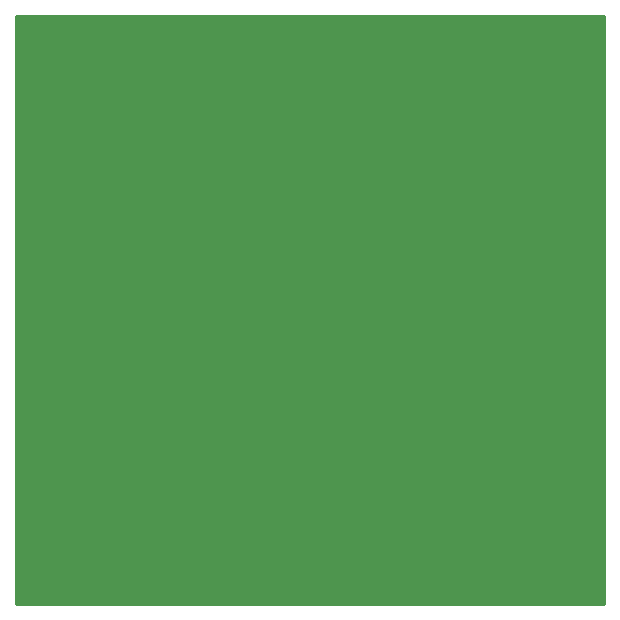
<source format=gbr>
%TF.GenerationSoftware,KiCad,Pcbnew,(5.1.12)-1*%
%TF.CreationDate,2021-12-23T20:15:37-08:00*%
%TF.ProjectId,frozen_stuff,66726f7a-656e-45f7-9374-7566662e6b69,rev?*%
%TF.SameCoordinates,Original*%
%TF.FileFunction,Profile,NP*%
%FSLAX46Y46*%
G04 Gerber Fmt 4.6, Leading zero omitted, Abs format (unit mm)*
G04 Created by KiCad (PCBNEW (5.1.12)-1) date 2021-12-23 20:15:37*
%MOMM*%
%LPD*%
G01*
G04 APERTURE LIST*
%ADD10C,0.254000*%
%ADD11C,0.050000*%
G04 APERTURE END LIST*
D10*
X209873000Y-129873000D02*
X160127000Y-129873000D01*
X160127000Y-80127000D01*
X209873000Y-80127000D01*
X209873000Y-129873000D01*
D11*
G36*
X209873000Y-129873000D02*
G01*
X160127000Y-129873000D01*
X160127000Y-80127000D01*
X209873000Y-80127000D01*
X209873000Y-129873000D01*
G37*
M02*

</source>
